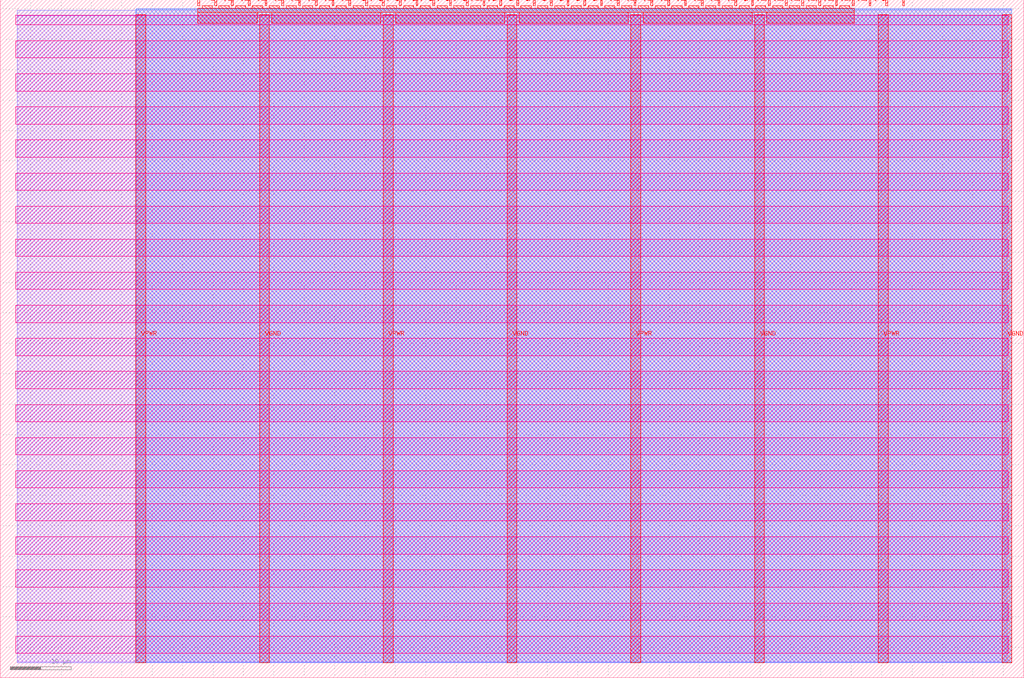
<source format=lef>
VERSION 5.7 ;
  NOWIREEXTENSIONATPIN ON ;
  DIVIDERCHAR "/" ;
  BUSBITCHARS "[]" ;
MACRO tt_um_wokwi_380409481852161025_dup
  CLASS BLOCK ;
  FOREIGN tt_um_wokwi_380409481852161025_dup ;
  ORIGIN 0.000 0.000 ;
  SIZE 168.360 BY 111.520 ;
  PIN VGND
    DIRECTION INOUT ;
    USE GROUND ;
    PORT
      LAYER met4 ;
        RECT 42.670 2.480 44.270 109.040 ;
    END
    PORT
      LAYER met4 ;
        RECT 83.380 2.480 84.980 109.040 ;
    END
    PORT
      LAYER met4 ;
        RECT 124.090 2.480 125.690 109.040 ;
    END
    PORT
      LAYER met4 ;
        RECT 164.800 2.480 166.400 109.040 ;
    END
  END VGND
  PIN VPWR
    DIRECTION INOUT ;
    USE POWER ;
    PORT
      LAYER met4 ;
        RECT 22.315 2.480 23.915 109.040 ;
    END
    PORT
      LAYER met4 ;
        RECT 63.025 2.480 64.625 109.040 ;
    END
    PORT
      LAYER met4 ;
        RECT 103.735 2.480 105.335 109.040 ;
    END
    PORT
      LAYER met4 ;
        RECT 144.445 2.480 146.045 109.040 ;
    END
  END VPWR
  PIN clk
    DIRECTION INPUT ;
    USE SIGNAL ;
    PORT
      LAYER met4 ;
        RECT 145.670 110.520 145.970 111.520 ;
    END
  END clk
  PIN ena
    DIRECTION INPUT ;
    USE SIGNAL ;
    PORT
      LAYER met4 ;
        RECT 148.430 110.520 148.730 111.520 ;
    END
  END ena
  PIN rst_n
    DIRECTION INPUT ;
    USE SIGNAL ;
    PORT
      LAYER met4 ;
        RECT 142.910 110.520 143.210 111.520 ;
    END
  END rst_n
  PIN ui_in[0]
    DIRECTION INPUT ;
    USE SIGNAL ;
    ANTENNAGATEAREA 0.196500 ;
    PORT
      LAYER met4 ;
        RECT 140.150 110.520 140.450 111.520 ;
    END
  END ui_in[0]
  PIN ui_in[1]
    DIRECTION INPUT ;
    USE SIGNAL ;
    PORT
      LAYER met4 ;
        RECT 137.390 110.520 137.690 111.520 ;
    END
  END ui_in[1]
  PIN ui_in[2]
    DIRECTION INPUT ;
    USE SIGNAL ;
    ANTENNAGATEAREA 0.196500 ;
    PORT
      LAYER met4 ;
        RECT 134.630 110.520 134.930 111.520 ;
    END
  END ui_in[2]
  PIN ui_in[3]
    DIRECTION INPUT ;
    USE SIGNAL ;
    ANTENNAGATEAREA 0.196500 ;
    PORT
      LAYER met4 ;
        RECT 131.870 110.520 132.170 111.520 ;
    END
  END ui_in[3]
  PIN ui_in[4]
    DIRECTION INPUT ;
    USE SIGNAL ;
    ANTENNAGATEAREA 0.196500 ;
    PORT
      LAYER met4 ;
        RECT 129.110 110.520 129.410 111.520 ;
    END
  END ui_in[4]
  PIN ui_in[5]
    DIRECTION INPUT ;
    USE SIGNAL ;
    ANTENNAGATEAREA 0.196500 ;
    PORT
      LAYER met4 ;
        RECT 126.350 110.520 126.650 111.520 ;
    END
  END ui_in[5]
  PIN ui_in[6]
    DIRECTION INPUT ;
    USE SIGNAL ;
    ANTENNAGATEAREA 0.196500 ;
    PORT
      LAYER met4 ;
        RECT 123.590 110.520 123.890 111.520 ;
    END
  END ui_in[6]
  PIN ui_in[7]
    DIRECTION INPUT ;
    USE SIGNAL ;
    ANTENNAGATEAREA 0.196500 ;
    PORT
      LAYER met4 ;
        RECT 120.830 110.520 121.130 111.520 ;
    END
  END ui_in[7]
  PIN uio_in[0]
    DIRECTION INPUT ;
    USE SIGNAL ;
    PORT
      LAYER met4 ;
        RECT 118.070 110.520 118.370 111.520 ;
    END
  END uio_in[0]
  PIN uio_in[1]
    DIRECTION INPUT ;
    USE SIGNAL ;
    PORT
      LAYER met4 ;
        RECT 115.310 110.520 115.610 111.520 ;
    END
  END uio_in[1]
  PIN uio_in[2]
    DIRECTION INPUT ;
    USE SIGNAL ;
    PORT
      LAYER met4 ;
        RECT 112.550 110.520 112.850 111.520 ;
    END
  END uio_in[2]
  PIN uio_in[3]
    DIRECTION INPUT ;
    USE SIGNAL ;
    PORT
      LAYER met4 ;
        RECT 109.790 110.520 110.090 111.520 ;
    END
  END uio_in[3]
  PIN uio_in[4]
    DIRECTION INPUT ;
    USE SIGNAL ;
    PORT
      LAYER met4 ;
        RECT 107.030 110.520 107.330 111.520 ;
    END
  END uio_in[4]
  PIN uio_in[5]
    DIRECTION INPUT ;
    USE SIGNAL ;
    PORT
      LAYER met4 ;
        RECT 104.270 110.520 104.570 111.520 ;
    END
  END uio_in[5]
  PIN uio_in[6]
    DIRECTION INPUT ;
    USE SIGNAL ;
    PORT
      LAYER met4 ;
        RECT 101.510 110.520 101.810 111.520 ;
    END
  END uio_in[6]
  PIN uio_in[7]
    DIRECTION INPUT ;
    USE SIGNAL ;
    PORT
      LAYER met4 ;
        RECT 98.750 110.520 99.050 111.520 ;
    END
  END uio_in[7]
  PIN uio_oe[0]
    DIRECTION OUTPUT TRISTATE ;
    USE SIGNAL ;
    PORT
      LAYER met4 ;
        RECT 51.830 110.520 52.130 111.520 ;
    END
  END uio_oe[0]
  PIN uio_oe[1]
    DIRECTION OUTPUT TRISTATE ;
    USE SIGNAL ;
    PORT
      LAYER met4 ;
        RECT 49.070 110.520 49.370 111.520 ;
    END
  END uio_oe[1]
  PIN uio_oe[2]
    DIRECTION OUTPUT TRISTATE ;
    USE SIGNAL ;
    PORT
      LAYER met4 ;
        RECT 46.310 110.520 46.610 111.520 ;
    END
  END uio_oe[2]
  PIN uio_oe[3]
    DIRECTION OUTPUT TRISTATE ;
    USE SIGNAL ;
    PORT
      LAYER met4 ;
        RECT 43.550 110.520 43.850 111.520 ;
    END
  END uio_oe[3]
  PIN uio_oe[4]
    DIRECTION OUTPUT TRISTATE ;
    USE SIGNAL ;
    PORT
      LAYER met4 ;
        RECT 40.790 110.520 41.090 111.520 ;
    END
  END uio_oe[4]
  PIN uio_oe[5]
    DIRECTION OUTPUT TRISTATE ;
    USE SIGNAL ;
    PORT
      LAYER met4 ;
        RECT 38.030 110.520 38.330 111.520 ;
    END
  END uio_oe[5]
  PIN uio_oe[6]
    DIRECTION OUTPUT TRISTATE ;
    USE SIGNAL ;
    PORT
      LAYER met4 ;
        RECT 35.270 110.520 35.570 111.520 ;
    END
  END uio_oe[6]
  PIN uio_oe[7]
    DIRECTION OUTPUT TRISTATE ;
    USE SIGNAL ;
    PORT
      LAYER met4 ;
        RECT 32.510 110.520 32.810 111.520 ;
    END
  END uio_oe[7]
  PIN uio_out[0]
    DIRECTION OUTPUT TRISTATE ;
    USE SIGNAL ;
    PORT
      LAYER met4 ;
        RECT 73.910 110.520 74.210 111.520 ;
    END
  END uio_out[0]
  PIN uio_out[1]
    DIRECTION OUTPUT TRISTATE ;
    USE SIGNAL ;
    PORT
      LAYER met4 ;
        RECT 71.150 110.520 71.450 111.520 ;
    END
  END uio_out[1]
  PIN uio_out[2]
    DIRECTION OUTPUT TRISTATE ;
    USE SIGNAL ;
    PORT
      LAYER met4 ;
        RECT 68.390 110.520 68.690 111.520 ;
    END
  END uio_out[2]
  PIN uio_out[3]
    DIRECTION OUTPUT TRISTATE ;
    USE SIGNAL ;
    PORT
      LAYER met4 ;
        RECT 65.630 110.520 65.930 111.520 ;
    END
  END uio_out[3]
  PIN uio_out[4]
    DIRECTION OUTPUT TRISTATE ;
    USE SIGNAL ;
    PORT
      LAYER met4 ;
        RECT 62.870 110.520 63.170 111.520 ;
    END
  END uio_out[4]
  PIN uio_out[5]
    DIRECTION OUTPUT TRISTATE ;
    USE SIGNAL ;
    PORT
      LAYER met4 ;
        RECT 60.110 110.520 60.410 111.520 ;
    END
  END uio_out[5]
  PIN uio_out[6]
    DIRECTION OUTPUT TRISTATE ;
    USE SIGNAL ;
    PORT
      LAYER met4 ;
        RECT 57.350 110.520 57.650 111.520 ;
    END
  END uio_out[6]
  PIN uio_out[7]
    DIRECTION OUTPUT TRISTATE ;
    USE SIGNAL ;
    PORT
      LAYER met4 ;
        RECT 54.590 110.520 54.890 111.520 ;
    END
  END uio_out[7]
  PIN uo_out[0]
    DIRECTION OUTPUT TRISTATE ;
    USE SIGNAL ;
    ANTENNADIFFAREA 0.795200 ;
    PORT
      LAYER met4 ;
        RECT 95.990 110.520 96.290 111.520 ;
    END
  END uo_out[0]
  PIN uo_out[1]
    DIRECTION OUTPUT TRISTATE ;
    USE SIGNAL ;
    PORT
      LAYER met4 ;
        RECT 93.230 110.520 93.530 111.520 ;
    END
  END uo_out[1]
  PIN uo_out[2]
    DIRECTION OUTPUT TRISTATE ;
    USE SIGNAL ;
    ANTENNADIFFAREA 0.445500 ;
    PORT
      LAYER met4 ;
        RECT 90.470 110.520 90.770 111.520 ;
    END
  END uo_out[2]
  PIN uo_out[3]
    DIRECTION OUTPUT TRISTATE ;
    USE SIGNAL ;
    ANTENNADIFFAREA 0.795200 ;
    PORT
      LAYER met4 ;
        RECT 87.710 110.520 88.010 111.520 ;
    END
  END uo_out[3]
  PIN uo_out[4]
    DIRECTION OUTPUT TRISTATE ;
    USE SIGNAL ;
    ANTENNADIFFAREA 0.445500 ;
    PORT
      LAYER met4 ;
        RECT 84.950 110.520 85.250 111.520 ;
    END
  END uo_out[4]
  PIN uo_out[5]
    DIRECTION OUTPUT TRISTATE ;
    USE SIGNAL ;
    ANTENNADIFFAREA 0.445500 ;
    PORT
      LAYER met4 ;
        RECT 82.190 110.520 82.490 111.520 ;
    END
  END uo_out[5]
  PIN uo_out[6]
    DIRECTION OUTPUT TRISTATE ;
    USE SIGNAL ;
    ANTENNADIFFAREA 0.795200 ;
    PORT
      LAYER met4 ;
        RECT 79.430 110.520 79.730 111.520 ;
    END
  END uo_out[6]
  PIN uo_out[7]
    DIRECTION OUTPUT TRISTATE ;
    USE SIGNAL ;
    ANTENNADIFFAREA 0.795200 ;
    PORT
      LAYER met4 ;
        RECT 76.670 110.520 76.970 111.520 ;
    END
  END uo_out[7]
  OBS
      LAYER nwell ;
        RECT 2.570 107.385 165.790 108.990 ;
        RECT 2.570 101.945 165.790 104.775 ;
        RECT 2.570 96.505 165.790 99.335 ;
        RECT 2.570 91.065 165.790 93.895 ;
        RECT 2.570 85.625 165.790 88.455 ;
        RECT 2.570 80.185 165.790 83.015 ;
        RECT 2.570 74.745 165.790 77.575 ;
        RECT 2.570 69.305 165.790 72.135 ;
        RECT 2.570 63.865 165.790 66.695 ;
        RECT 2.570 58.425 165.790 61.255 ;
        RECT 2.570 52.985 165.790 55.815 ;
        RECT 2.570 47.545 165.790 50.375 ;
        RECT 2.570 42.105 165.790 44.935 ;
        RECT 2.570 36.665 165.790 39.495 ;
        RECT 2.570 31.225 165.790 34.055 ;
        RECT 2.570 25.785 165.790 28.615 ;
        RECT 2.570 20.345 165.790 23.175 ;
        RECT 2.570 14.905 165.790 17.735 ;
        RECT 2.570 9.465 165.790 12.295 ;
        RECT 2.570 4.025 165.790 6.855 ;
      LAYER li1 ;
        RECT 2.760 2.635 165.600 108.885 ;
      LAYER met1 ;
        RECT 2.760 2.480 166.400 109.780 ;
      LAYER met2 ;
        RECT 22.345 2.535 166.370 110.005 ;
      LAYER met3 ;
        RECT 22.325 2.555 166.390 109.985 ;
      LAYER met4 ;
        RECT 33.210 110.120 34.870 110.520 ;
        RECT 35.970 110.120 37.630 110.520 ;
        RECT 38.730 110.120 40.390 110.520 ;
        RECT 41.490 110.120 43.150 110.520 ;
        RECT 44.250 110.120 45.910 110.520 ;
        RECT 47.010 110.120 48.670 110.520 ;
        RECT 49.770 110.120 51.430 110.520 ;
        RECT 52.530 110.120 54.190 110.520 ;
        RECT 55.290 110.120 56.950 110.520 ;
        RECT 58.050 110.120 59.710 110.520 ;
        RECT 60.810 110.120 62.470 110.520 ;
        RECT 63.570 110.120 65.230 110.520 ;
        RECT 66.330 110.120 67.990 110.520 ;
        RECT 69.090 110.120 70.750 110.520 ;
        RECT 71.850 110.120 73.510 110.520 ;
        RECT 74.610 110.120 76.270 110.520 ;
        RECT 77.370 110.120 79.030 110.520 ;
        RECT 80.130 110.120 81.790 110.520 ;
        RECT 82.890 110.120 84.550 110.520 ;
        RECT 85.650 110.120 87.310 110.520 ;
        RECT 88.410 110.120 90.070 110.520 ;
        RECT 91.170 110.120 92.830 110.520 ;
        RECT 93.930 110.120 95.590 110.520 ;
        RECT 96.690 110.120 98.350 110.520 ;
        RECT 99.450 110.120 101.110 110.520 ;
        RECT 102.210 110.120 103.870 110.520 ;
        RECT 104.970 110.120 106.630 110.520 ;
        RECT 107.730 110.120 109.390 110.520 ;
        RECT 110.490 110.120 112.150 110.520 ;
        RECT 113.250 110.120 114.910 110.520 ;
        RECT 116.010 110.120 117.670 110.520 ;
        RECT 118.770 110.120 120.430 110.520 ;
        RECT 121.530 110.120 123.190 110.520 ;
        RECT 124.290 110.120 125.950 110.520 ;
        RECT 127.050 110.120 128.710 110.520 ;
        RECT 129.810 110.120 131.470 110.520 ;
        RECT 132.570 110.120 134.230 110.520 ;
        RECT 135.330 110.120 136.990 110.520 ;
        RECT 138.090 110.120 139.750 110.520 ;
        RECT 32.495 109.440 140.465 110.120 ;
        RECT 32.495 107.615 42.270 109.440 ;
        RECT 44.670 107.615 62.625 109.440 ;
        RECT 65.025 107.615 82.980 109.440 ;
        RECT 85.380 107.615 103.335 109.440 ;
        RECT 105.735 107.615 123.690 109.440 ;
        RECT 126.090 107.615 140.465 109.440 ;
  END
END tt_um_wokwi_380409481852161025_dup
END LIBRARY


</source>
